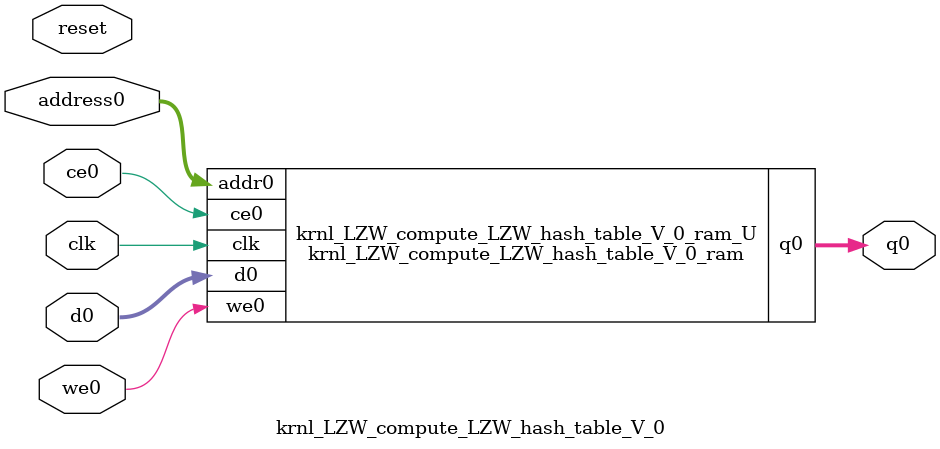
<source format=v>
`timescale 1 ns / 1 ps
module krnl_LZW_compute_LZW_hash_table_V_0_ram (addr0, ce0, d0, we0, q0,  clk);

parameter DWIDTH = 35;
parameter AWIDTH = 15;
parameter MEM_SIZE = 32768;

input[AWIDTH-1:0] addr0;
input ce0;
input[DWIDTH-1:0] d0;
input we0;
output reg[DWIDTH-1:0] q0;
input clk;

reg [DWIDTH-1:0] ram[0:MEM_SIZE-1];




always @(posedge clk)  
begin 
    if (ce0) begin
        if (we0) 
            ram[addr0] <= d0; 
        q0 <= ram[addr0];
    end
end


endmodule

`timescale 1 ns / 1 ps
module krnl_LZW_compute_LZW_hash_table_V_0(
    reset,
    clk,
    address0,
    ce0,
    we0,
    d0,
    q0);

parameter DataWidth = 32'd35;
parameter AddressRange = 32'd32768;
parameter AddressWidth = 32'd15;
input reset;
input clk;
input[AddressWidth - 1:0] address0;
input ce0;
input we0;
input[DataWidth - 1:0] d0;
output[DataWidth - 1:0] q0;



krnl_LZW_compute_LZW_hash_table_V_0_ram krnl_LZW_compute_LZW_hash_table_V_0_ram_U(
    .clk( clk ),
    .addr0( address0 ),
    .ce0( ce0 ),
    .we0( we0 ),
    .d0( d0 ),
    .q0( q0 ));

endmodule


</source>
